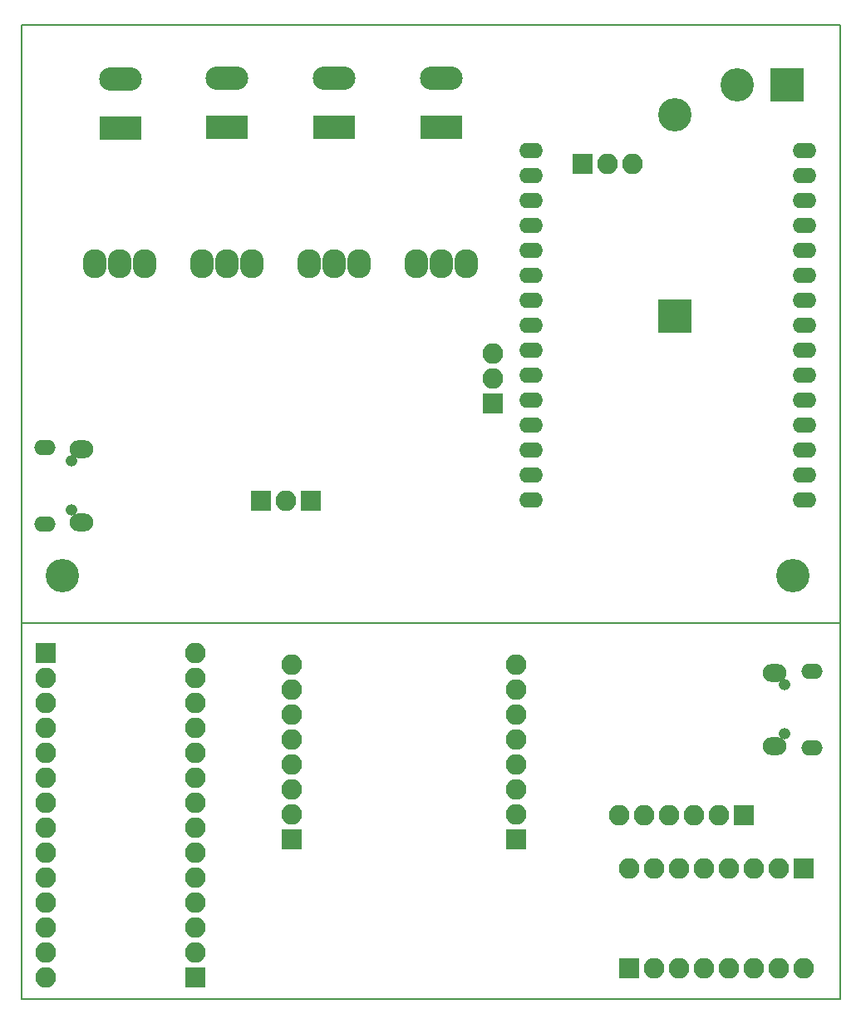
<source format=gbr>
%TF.GenerationSoftware,KiCad,Pcbnew,5.0.0-fee4fd1~66~ubuntu18.04.1*%
%TF.CreationDate,2019-06-24T19:08:59-03:00*%
%TF.ProjectId,Placa tesis,506C6163612074657369732E6B696361,rev?*%
%TF.SameCoordinates,Original*%
%TF.FileFunction,Soldermask,Bot*%
%TF.FilePolarity,Negative*%
%FSLAX46Y46*%
G04 Gerber Fmt 4.6, Leading zero omitted, Abs format (unit mm)*
G04 Created by KiCad (PCBNEW 5.0.0-fee4fd1~66~ubuntu18.04.1) date Mon Jun 24 19:08:59 2019*
%MOMM*%
%LPD*%
G01*
G04 APERTURE LIST*
%ADD10C,0.150000*%
%ADD11O,2.100000X2.100000*%
%ADD12R,2.100000X2.100000*%
%ADD13C,3.400000*%
%ADD14O,4.360000X2.380000*%
%ADD15R,4.360000X2.380000*%
%ADD16O,2.400000X1.600000*%
%ADD17O,2.432000X2.940000*%
%ADD18O,1.200000X1.200000*%
%ADD19O,2.200000X1.550000*%
%ADD20O,2.400000X1.850000*%
%ADD21R,3.400000X3.400000*%
G04 APERTURE END LIST*
D10*
X70485000Y-140119100D02*
X153924000Y-140119100D01*
X70485000Y-101854000D02*
X153924000Y-101854000D01*
X153924000Y-41021000D02*
X153924000Y-140119100D01*
X70485000Y-41021000D02*
X70485000Y-140119100D01*
X70485000Y-41021000D02*
X153924000Y-41021000D01*
D11*
%TO.C,J1*%
X132715000Y-55118000D03*
X130175000Y-55118000D03*
D12*
X127635000Y-55118000D03*
%TD*%
%TO.C,J7*%
X97996544Y-123860024D03*
D11*
X97996544Y-121320024D03*
X97996544Y-118780024D03*
X97996544Y-116240024D03*
X97996544Y-113700024D03*
X97996544Y-111160024D03*
X97996544Y-108620024D03*
X97996544Y-106080024D03*
%TD*%
D13*
%TO.C,REF\002A\002A*%
X149098000Y-97028000D03*
%TD*%
D12*
%TO.C,OutP*%
X94869000Y-89408000D03*
%TD*%
D11*
%TO.C,TH1*%
X97409000Y-89408000D03*
D12*
X99949000Y-89408000D03*
%TD*%
D14*
%TO.C,D1*%
X80579001Y-46453001D03*
D15*
X80579001Y-51453001D03*
%TD*%
D14*
%TO.C,D2*%
X91440000Y-46435000D03*
D15*
X91440000Y-51435000D03*
%TD*%
%TO.C,D4*%
X113284000Y-51435000D03*
D14*
X113284000Y-46435000D03*
%TD*%
D15*
%TO.C,D3*%
X102362000Y-51435000D03*
D14*
X102362000Y-46435000D03*
%TD*%
D16*
%TO.C,U2*%
X122382978Y-89333063D03*
X150282978Y-89333063D03*
X122382978Y-86793063D03*
X150282978Y-86793063D03*
X122382978Y-84253063D03*
X150282978Y-84253063D03*
X122382978Y-81713063D03*
X150282978Y-81713063D03*
X122382978Y-79173063D03*
X150282978Y-79173063D03*
X122382978Y-76633063D03*
X150282978Y-76633063D03*
X122382978Y-74093063D03*
X150282978Y-74093063D03*
X122382978Y-71553063D03*
X150282978Y-71553063D03*
X122382978Y-69013063D03*
X150282978Y-69013063D03*
X122382978Y-66473063D03*
X150282978Y-66473063D03*
X122382978Y-63933063D03*
X150282978Y-63933063D03*
X122382978Y-61393063D03*
X150282978Y-61393063D03*
X122382978Y-58853063D03*
X150282978Y-58853063D03*
X122382978Y-56313063D03*
X150282978Y-56313063D03*
X122382978Y-53773063D03*
X150282978Y-53773063D03*
%TD*%
D17*
%TO.C,Q1*%
X83058000Y-65278000D03*
X77978000Y-65278000D03*
X80518000Y-65278000D03*
%TD*%
%TO.C,Q2*%
X91440000Y-65278000D03*
X88900000Y-65278000D03*
X93980000Y-65278000D03*
%TD*%
%TO.C,Q3*%
X104902000Y-65278000D03*
X99822000Y-65278000D03*
X102362000Y-65278000D03*
%TD*%
%TO.C,Q4*%
X113284000Y-65278000D03*
X110744000Y-65278000D03*
X115824000Y-65278000D03*
%TD*%
D18*
%TO.C,J2*%
X75603000Y-90384000D03*
X75603000Y-85384000D03*
D19*
X72853000Y-91759000D03*
X72853000Y-84009000D03*
D20*
X76653000Y-91609000D03*
X76653000Y-84159000D03*
%TD*%
D11*
%TO.C,J4*%
X118491000Y-74422000D03*
X118491000Y-76962000D03*
D12*
X118491000Y-79502000D03*
%TD*%
D13*
%TO.C,J3*%
X143383000Y-47117000D03*
D21*
X148463000Y-47117000D03*
%TD*%
D13*
%TO.C,REF\002A\002A*%
X74676000Y-97028000D03*
%TD*%
D11*
%TO.C,J5*%
X150169065Y-136973947D03*
X147629065Y-136973947D03*
X145089065Y-136973947D03*
X142549065Y-136973947D03*
X140009065Y-136973947D03*
X137469065Y-136973947D03*
X134929065Y-136973947D03*
D12*
X132389065Y-136973947D03*
%TD*%
D11*
%TO.C,J6*%
X132389065Y-126813947D03*
X134929065Y-126813947D03*
X137469065Y-126813947D03*
X140009065Y-126813947D03*
X142549065Y-126813947D03*
X145089065Y-126813947D03*
X147629065Y-126813947D03*
D12*
X150169065Y-126813947D03*
%TD*%
%TO.C,J8*%
X120856544Y-123860024D03*
D11*
X120856544Y-121320024D03*
X120856544Y-118780024D03*
X120856544Y-116240024D03*
X120856544Y-113700024D03*
X120856544Y-111160024D03*
X120856544Y-108620024D03*
X120856544Y-106080024D03*
%TD*%
%TO.C,J9*%
X72961500Y-137922000D03*
X72961500Y-135382000D03*
X72961500Y-132842000D03*
X72961500Y-130302000D03*
X72961500Y-127762000D03*
X72961500Y-125222000D03*
X72961500Y-122682000D03*
X72961500Y-120142000D03*
X72961500Y-117602000D03*
X72961500Y-115062000D03*
X72961500Y-112522000D03*
X72961500Y-109982000D03*
X72961500Y-107442000D03*
D12*
X72961500Y-104902000D03*
%TD*%
%TO.C,J10*%
X88201500Y-137922000D03*
D11*
X88201500Y-135382000D03*
X88201500Y-132842000D03*
X88201500Y-130302000D03*
X88201500Y-127762000D03*
X88201500Y-125222000D03*
X88201500Y-122682000D03*
X88201500Y-120142000D03*
X88201500Y-117602000D03*
X88201500Y-115062000D03*
X88201500Y-112522000D03*
X88201500Y-109982000D03*
X88201500Y-107442000D03*
X88201500Y-104902000D03*
%TD*%
D18*
%TO.C,J11*%
X148264586Y-108157103D03*
X148264586Y-113157103D03*
D19*
X151014586Y-106782103D03*
X151014586Y-114532103D03*
D20*
X147214586Y-106932103D03*
X147214586Y-114382103D03*
%TD*%
D11*
%TO.C,J12*%
X131411586Y-121452103D03*
X133951586Y-121452103D03*
X136491586Y-121452103D03*
X139031586Y-121452103D03*
X141571586Y-121452103D03*
D12*
X144111586Y-121452103D03*
%TD*%
D21*
%TO.C,BT1*%
X137033000Y-70612000D03*
D13*
X137033000Y-50122000D03*
%TD*%
M02*

</source>
